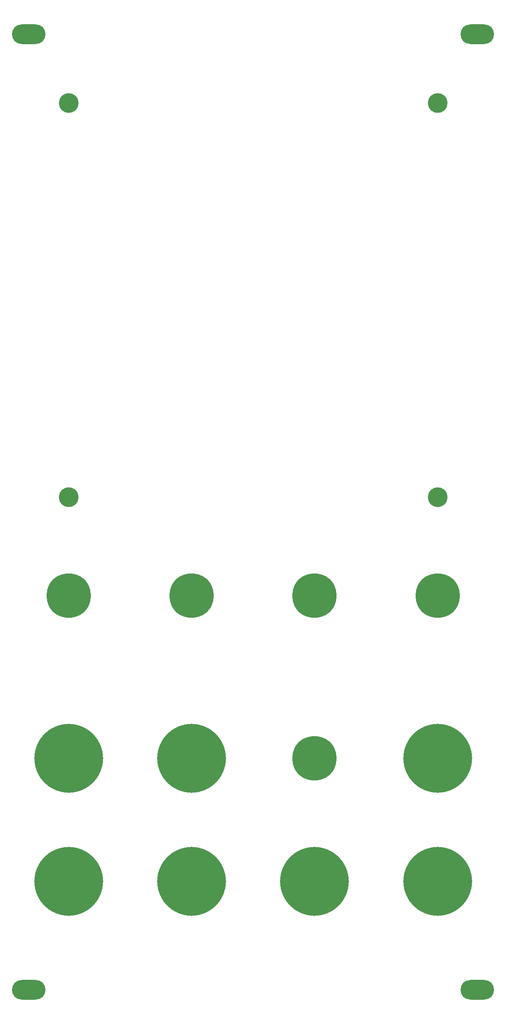
<source format=gbr>
%TF.GenerationSoftware,KiCad,Pcbnew,5.1.9-73d0e3b20d~88~ubuntu20.04.1*%
%TF.CreationDate,2021-04-01T10:45:02-04:00*%
%TF.ProjectId,ao_output_panel,616f5f6f-7574-4707-9574-5f70616e656c,rev?*%
%TF.SameCoordinates,Original*%
%TF.FileFunction,Soldermask,Bot*%
%TF.FilePolarity,Negative*%
%FSLAX46Y46*%
G04 Gerber Fmt 4.6, Leading zero omitted, Abs format (unit mm)*
G04 Created by KiCad (PCBNEW 5.1.9-73d0e3b20d~88~ubuntu20.04.1) date 2021-04-01 10:45:02*
%MOMM*%
%LPD*%
G01*
G04 APERTURE LIST*
%ADD10C,4.000000*%
%ADD11O,6.800000X4.000000*%
%ADD12C,9.000000*%
%ADD13C,14.000000*%
G04 APERTURE END LIST*
D10*
%TO.C,H20*%
X137500000Y-117000000D03*
%TD*%
%TO.C,H19*%
X137500000Y-37000000D03*
%TD*%
%TO.C,H18*%
X62500000Y-117000000D03*
%TD*%
%TO.C,H17*%
X62500000Y-37000000D03*
%TD*%
D11*
%TO.C,H16*%
X145600000Y-23000000D03*
%TD*%
%TO.C,H15*%
X145600000Y-217000000D03*
%TD*%
%TO.C,H14*%
X54400000Y-23000000D03*
%TD*%
%TO.C,H13*%
X54400000Y-217000000D03*
%TD*%
D12*
%TO.C,H12*%
X112500000Y-170000000D03*
%TD*%
%TO.C,H11*%
X137500000Y-137000000D03*
%TD*%
%TO.C,H10*%
X112500000Y-137000000D03*
%TD*%
%TO.C,H9*%
X87500000Y-137000000D03*
%TD*%
%TO.C,H8*%
X62500000Y-137000000D03*
%TD*%
D13*
%TO.C,H7*%
X137500000Y-195000000D03*
%TD*%
%TO.C,H6*%
X112500000Y-195000000D03*
%TD*%
%TO.C,H5*%
X87500000Y-195000000D03*
%TD*%
%TO.C,H4*%
X62500000Y-195000000D03*
%TD*%
%TO.C,H3*%
X137500000Y-170000000D03*
%TD*%
%TO.C,H2*%
X87500000Y-170000000D03*
%TD*%
%TO.C,H1*%
X62500000Y-170000000D03*
%TD*%
M02*

</source>
